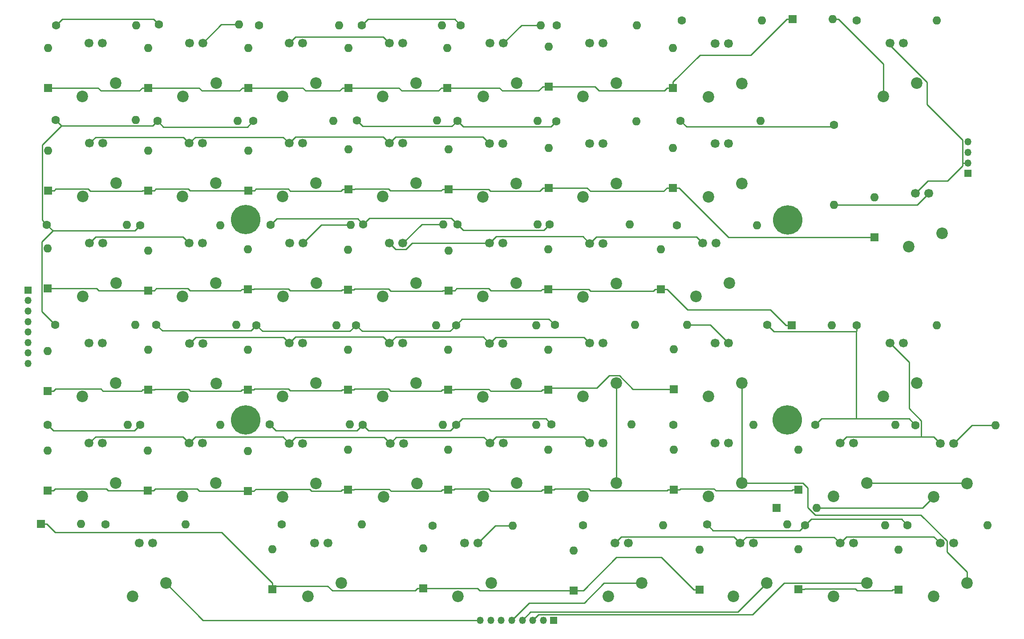
<source format=gtl>
%TF.GenerationSoftware,KiCad,Pcbnew,5.1.5+dfsg1-2build2*%
%TF.CreationDate,2021-08-29T12:06:32+02:00*%
%TF.ProjectId,BFK9kv2-right,42464b39-6b76-4322-9d72-696768742e6b,rev?*%
%TF.SameCoordinates,Original*%
%TF.FileFunction,Copper,L1,Top*%
%TF.FilePolarity,Positive*%
%FSLAX46Y46*%
G04 Gerber Fmt 4.6, Leading zero omitted, Abs format (unit mm)*
G04 Created by KiCad (PCBNEW 5.1.5+dfsg1-2build2) date 2021-08-29 12:06:32*
%MOMM*%
%LPD*%
G04 APERTURE LIST*
%ADD10C,5.600000*%
%ADD11C,1.690600*%
%ADD12C,2.200000*%
%ADD13O,1.350000X1.350000*%
%ADD14R,1.350000X1.350000*%
%ADD15O,1.600000X1.600000*%
%ADD16C,1.600000*%
%ADD17R,1.600000X1.600000*%
%ADD18C,0.250000*%
G04 APERTURE END LIST*
D10*
X87889100Y-87873800D03*
X87889100Y-125994000D03*
X190932000Y-125984000D03*
X190942000Y-87878900D03*
D11*
X177165000Y-73329800D03*
X179705000Y-73329800D03*
D12*
X175895000Y-83489800D03*
X182245000Y-80949800D03*
D11*
X174777000Y-92354400D03*
X177317000Y-92354400D03*
D12*
X173507000Y-102514400D03*
X179857000Y-99974400D03*
D13*
X225243000Y-73052400D03*
X225243000Y-75052400D03*
X225243000Y-77052400D03*
D14*
X225243000Y-79052400D03*
D13*
X132482000Y-164186000D03*
X134482000Y-164186000D03*
X136482000Y-164186000D03*
X138482000Y-164186000D03*
X140482000Y-164186000D03*
X142482000Y-164186000D03*
X144482000Y-164186000D03*
D14*
X146482000Y-164186000D03*
D13*
X46431200Y-115270000D03*
X46431200Y-113270000D03*
X46431200Y-111270000D03*
X46431200Y-109270000D03*
X46431200Y-107270000D03*
X46431200Y-105270000D03*
X46431200Y-103270000D03*
D14*
X46431200Y-101270000D03*
D11*
X219989000Y-149504000D03*
X222529000Y-149504000D03*
D12*
X218719000Y-159664000D03*
X225069000Y-157124000D03*
D11*
X158090000Y-149504000D03*
X160630000Y-149504000D03*
D12*
X156820000Y-159664000D03*
X163170000Y-157124000D03*
D11*
X129515000Y-149504000D03*
X132055000Y-149504000D03*
D12*
X128245000Y-159664000D03*
X134595000Y-157124000D03*
D11*
X100940000Y-149479000D03*
X103480000Y-149479000D03*
D12*
X99670000Y-159639000D03*
X106020000Y-157099000D03*
D11*
X67614800Y-149504000D03*
X70154800Y-149504000D03*
D12*
X66344800Y-159664000D03*
X72694800Y-157124000D03*
D11*
X200939000Y-130429000D03*
X203479000Y-130429000D03*
D12*
X199669000Y-140589000D03*
X206019000Y-138049000D03*
D11*
X220015000Y-130505000D03*
X222555000Y-130505000D03*
D12*
X218745000Y-140665000D03*
X225095000Y-138125000D03*
D11*
X210464000Y-111404000D03*
X213004000Y-111404000D03*
D12*
X209194000Y-121564000D03*
X215544000Y-119024000D03*
D15*
X219304000Y-107950000D03*
D16*
X204064000Y-107950000D03*
D15*
X199398000Y-107996000D03*
D17*
X191778000Y-107996000D03*
D15*
X211480000Y-126949000D03*
D16*
X196240000Y-126949000D03*
D15*
X230505000Y-127000000D03*
D16*
X215265000Y-127000000D03*
D15*
X228981000Y-146050000D03*
D16*
X213741000Y-146050000D03*
D15*
X184429000Y-126949000D03*
D16*
X169189000Y-126949000D03*
D15*
X171882000Y-107899000D03*
D16*
X187122000Y-107899000D03*
D15*
X185166000Y-88900000D03*
D16*
X169926000Y-88900000D03*
D15*
X209550000Y-146050000D03*
D16*
X194310000Y-146050000D03*
D15*
X161290000Y-126873000D03*
D16*
X146050000Y-126873000D03*
D15*
X161900000Y-107925000D03*
D16*
X146660000Y-107925000D03*
D15*
X160909000Y-88773000D03*
D16*
X145669000Y-88773000D03*
D15*
X190881000Y-145923000D03*
D16*
X175641000Y-145923000D03*
D15*
X143180000Y-126924000D03*
D16*
X127940000Y-126924000D03*
D15*
X143129000Y-107950000D03*
D16*
X127889000Y-107950000D03*
D15*
X143383000Y-88773000D03*
D16*
X128143000Y-88773000D03*
D15*
X167259000Y-146050000D03*
D16*
X152019000Y-146050000D03*
D15*
X125324000Y-126924000D03*
D16*
X110084000Y-126924000D03*
D15*
X124079000Y-107950000D03*
D16*
X108839000Y-107950000D03*
D15*
X125476000Y-88773000D03*
D16*
X110236000Y-88773000D03*
D15*
X138684000Y-146177000D03*
D16*
X123444000Y-146177000D03*
D15*
X107696000Y-126898000D03*
D16*
X92456000Y-126898000D03*
D15*
X105156000Y-107950000D03*
D16*
X89916000Y-107950000D03*
D15*
X107873800Y-88823800D03*
D16*
X92633800Y-88823800D03*
D15*
X109982000Y-145923000D03*
D16*
X94742000Y-145923000D03*
D15*
X83058000Y-126949000D03*
D16*
X67818000Y-126949000D03*
D15*
X86106000Y-107874000D03*
D16*
X70866000Y-107874000D03*
D15*
X83058000Y-88900000D03*
D16*
X67818000Y-88900000D03*
D15*
X76454000Y-145923000D03*
D16*
X61214000Y-145923000D03*
D15*
X65379600Y-126924000D03*
D16*
X50139600Y-126924000D03*
D15*
X66852800Y-107925000D03*
D16*
X51612800Y-107925000D03*
D15*
X65278000Y-88823800D03*
D16*
X50038000Y-88823800D03*
D11*
X177165000Y-130429000D03*
X179705000Y-130429000D03*
D12*
X175895000Y-140589000D03*
X182245000Y-138049000D03*
D11*
X177165000Y-111354000D03*
X179705000Y-111354000D03*
D12*
X175895000Y-121514000D03*
X182245000Y-118974000D03*
D11*
X200965000Y-149479000D03*
X203505000Y-149479000D03*
D12*
X199695000Y-159639000D03*
X206045000Y-157099000D03*
D11*
X153314000Y-130429000D03*
X155854000Y-130429000D03*
D12*
X152044000Y-140589000D03*
X158394000Y-138049000D03*
D11*
X153340000Y-111404000D03*
X155880000Y-111404000D03*
D12*
X152070000Y-121564000D03*
X158420000Y-119024000D03*
D11*
X153340000Y-92379800D03*
X155880000Y-92379800D03*
D12*
X152070000Y-102539800D03*
X158420000Y-99999800D03*
D11*
X181915000Y-149504000D03*
X184455000Y-149504000D03*
D12*
X180645000Y-159664000D03*
X186995000Y-157124000D03*
D11*
X134315000Y-130454000D03*
X136855000Y-130454000D03*
D12*
X133045000Y-140614000D03*
X139395000Y-138074000D03*
D11*
X134290000Y-111430000D03*
X136830000Y-111430000D03*
D12*
X133020000Y-121590000D03*
X139370000Y-119050000D03*
D11*
X134290000Y-92303600D03*
X136830000Y-92303600D03*
D12*
X133020000Y-102463600D03*
X139370000Y-99923600D03*
D11*
X115341000Y-130480000D03*
X117881000Y-130480000D03*
D12*
X114071000Y-140640000D03*
X120421000Y-138100000D03*
D11*
X115240000Y-111404000D03*
X117780000Y-111404000D03*
D12*
X113970000Y-121564000D03*
X120320000Y-119024000D03*
D11*
X115240000Y-92354400D03*
X117780000Y-92354400D03*
D12*
X113970000Y-102514400D03*
X120320000Y-99974400D03*
D11*
X96164400Y-130480000D03*
X98704400Y-130480000D03*
D12*
X94894400Y-140640000D03*
X101244400Y-138100000D03*
D11*
X96189800Y-111379000D03*
X98729800Y-111379000D03*
D12*
X94919800Y-121539000D03*
X101269800Y-118999000D03*
D11*
X96215200Y-92329000D03*
X98755200Y-92329000D03*
D12*
X94945200Y-102489000D03*
X101295200Y-99949000D03*
D11*
X77139800Y-130429000D03*
X79679800Y-130429000D03*
D12*
X75869800Y-140589000D03*
X82219800Y-138049000D03*
D11*
X77165200Y-111430000D03*
X79705200Y-111430000D03*
D12*
X75895200Y-121590000D03*
X82245200Y-119050000D03*
D11*
X77114400Y-92329000D03*
X79654400Y-92329000D03*
D12*
X75844400Y-102489000D03*
X82194400Y-99949000D03*
D11*
X58089800Y-130429000D03*
X60629800Y-130429000D03*
D12*
X56819800Y-140589000D03*
X63169800Y-138049000D03*
D11*
X58089800Y-111404000D03*
X60629800Y-111404000D03*
D12*
X56819800Y-121564000D03*
X63169800Y-119024000D03*
D11*
X58115200Y-92354400D03*
X60655200Y-92354400D03*
D12*
X56845200Y-102514400D03*
X63195200Y-99974400D03*
D15*
X193040000Y-131699000D03*
D17*
X193040000Y-139319000D03*
D15*
X196520000Y-142799000D03*
D17*
X188900000Y-142799000D03*
D15*
X212090000Y-150749000D03*
D17*
X212090000Y-158369000D03*
D15*
X169291000Y-131699000D03*
D17*
X169291000Y-139319000D03*
D15*
X169291000Y-112522000D03*
D17*
X169291000Y-120142000D03*
D15*
X166878000Y-93472000D03*
D17*
X166878000Y-101092000D03*
D15*
X193040000Y-150622000D03*
D17*
X193040000Y-158242000D03*
D15*
X145415000Y-131699000D03*
D17*
X145415000Y-139319000D03*
D15*
X145415000Y-112649000D03*
D17*
X145415000Y-120269000D03*
D15*
X145415000Y-93472000D03*
D17*
X145415000Y-101092000D03*
D15*
X174244000Y-150749000D03*
D17*
X174244000Y-158369000D03*
D15*
X126365000Y-131699000D03*
D17*
X126365000Y-139319000D03*
D15*
X126365000Y-112649000D03*
D17*
X126365000Y-120269000D03*
D15*
X126492000Y-93726000D03*
D17*
X126492000Y-101346000D03*
D15*
X150241000Y-150876000D03*
D17*
X150241000Y-158496000D03*
D15*
X107315000Y-131699000D03*
D17*
X107315000Y-139319000D03*
D15*
X107315000Y-112649000D03*
D17*
X107315000Y-120269000D03*
D15*
X107315000Y-93599000D03*
D17*
X107315000Y-101219000D03*
D15*
X121666000Y-150495000D03*
D17*
X121666000Y-158115000D03*
D15*
X88265000Y-131953000D03*
D17*
X88265000Y-139573000D03*
D15*
X88265000Y-112649000D03*
D17*
X88265000Y-120269000D03*
D15*
X88265000Y-93472000D03*
D17*
X88265000Y-101092000D03*
D15*
X92964000Y-150622000D03*
D17*
X92964000Y-158242000D03*
D15*
X69215000Y-131826000D03*
D17*
X69215000Y-139446000D03*
D15*
X69342000Y-112649000D03*
D17*
X69342000Y-120269000D03*
D15*
X69342000Y-93726000D03*
D17*
X69342000Y-101346000D03*
D15*
X56502300Y-145834000D03*
D17*
X48882300Y-145834000D03*
D15*
X50165000Y-131826000D03*
D17*
X50165000Y-139446000D03*
D15*
X50165000Y-112903000D03*
D17*
X50165000Y-120523000D03*
D15*
X50165000Y-93345000D03*
D17*
X50165000Y-100965000D03*
D15*
X207518000Y-83566000D03*
D17*
X207518000Y-91186000D03*
D15*
X199527000Y-49672200D03*
D17*
X191907000Y-49672200D03*
D15*
X169164000Y-74168000D03*
D17*
X169164000Y-81788000D03*
D15*
X169164000Y-55118000D03*
D17*
X169164000Y-62738000D03*
D15*
X145542000Y-74168000D03*
D17*
X145542000Y-81788000D03*
D15*
X145542000Y-54864000D03*
D17*
X145542000Y-62484000D03*
D15*
X126492000Y-74422000D03*
D17*
X126492000Y-82042000D03*
D15*
X126238000Y-55118000D03*
D17*
X126238000Y-62738000D03*
D15*
X107442000Y-74422000D03*
D17*
X107442000Y-82042000D03*
D15*
X107442000Y-55118000D03*
D17*
X107442000Y-62738000D03*
D15*
X88392000Y-74676000D03*
D17*
X88392000Y-82296000D03*
D15*
X88392000Y-55118000D03*
D17*
X88392000Y-62738000D03*
D15*
X69342000Y-74676000D03*
D17*
X69342000Y-82296000D03*
D15*
X69342000Y-55118000D03*
D17*
X69342000Y-62738000D03*
D15*
X50292000Y-74676000D03*
D17*
X50292000Y-82296000D03*
D15*
X50292000Y-55118000D03*
D17*
X50292000Y-62738000D03*
D11*
X153314000Y-54229000D03*
X155854000Y-54229000D03*
D12*
X152044000Y-64389000D03*
X158394000Y-61849000D03*
D11*
X115214000Y-73279000D03*
X117754000Y-73279000D03*
D12*
X113944000Y-83439000D03*
X120294000Y-80899000D03*
D11*
X210490000Y-54254400D03*
X213030000Y-54254400D03*
D12*
X209220000Y-64414400D03*
X215570000Y-61874400D03*
D11*
X215265000Y-82854800D03*
X217805000Y-82854800D03*
D12*
X213995000Y-93014800D03*
X220345000Y-90474800D03*
D11*
X177165000Y-54279800D03*
X179705000Y-54279800D03*
D12*
X175895000Y-64439800D03*
X182245000Y-61899800D03*
D11*
X153314000Y-73380600D03*
X155854000Y-73380600D03*
D12*
X152044000Y-83540600D03*
X158394000Y-81000600D03*
D11*
X134264000Y-73329800D03*
X136804000Y-73329800D03*
D12*
X132994000Y-83489800D03*
X139344000Y-80949800D03*
D11*
X134366000Y-54229000D03*
X136906000Y-54229000D03*
D12*
X133096000Y-64389000D03*
X139446000Y-61849000D03*
D11*
X115189000Y-54229000D03*
X117729000Y-54229000D03*
D12*
X113919000Y-64389000D03*
X120269000Y-61849000D03*
D11*
X96139000Y-73304400D03*
X98679000Y-73304400D03*
D12*
X94869000Y-83464400D03*
X101219000Y-80924400D03*
D11*
X96139000Y-54229000D03*
X98679000Y-54229000D03*
D12*
X94869000Y-64389000D03*
X101219000Y-61849000D03*
D11*
X77139800Y-73304400D03*
X79679800Y-73304400D03*
D12*
X75869800Y-83464400D03*
X82219800Y-80924400D03*
D11*
X77165200Y-54203600D03*
X79705200Y-54203600D03*
D12*
X75895200Y-64363600D03*
X82245200Y-61823600D03*
D11*
X58115200Y-73304400D03*
X60655200Y-73304400D03*
D12*
X56845200Y-83464400D03*
X63195200Y-80924400D03*
D11*
X58064400Y-54254400D03*
X60604400Y-54254400D03*
D12*
X56794400Y-64414400D03*
X63144400Y-61874400D03*
D15*
X199814000Y-85049400D03*
D16*
X199814000Y-69809400D03*
D15*
X219354000Y-49936400D03*
D16*
X204114000Y-49936400D03*
D15*
X185852000Y-69011800D03*
D16*
X170612000Y-69011800D03*
D15*
X186080000Y-49936400D03*
D16*
X170840000Y-49936400D03*
D15*
X162154000Y-69164200D03*
D16*
X146914000Y-69164200D03*
D15*
X162306000Y-50800000D03*
D16*
X147066000Y-50800000D03*
D15*
X143358000Y-69011800D03*
D16*
X128118000Y-69011800D03*
D15*
X144018000Y-50800000D03*
D16*
X128778000Y-50800000D03*
D15*
X124257000Y-68961000D03*
D16*
X109017000Y-68961000D03*
D15*
X125222000Y-50800000D03*
D16*
X109982000Y-50800000D03*
D15*
X104546400Y-69062600D03*
D16*
X89306400Y-69062600D03*
D15*
X105664000Y-50800000D03*
D16*
X90424000Y-50800000D03*
D15*
X86309200Y-69062600D03*
D16*
X71069200Y-69062600D03*
D15*
X86614000Y-50698400D03*
D16*
X71374000Y-50698400D03*
D15*
X66929000Y-68834000D03*
D16*
X51689000Y-68834000D03*
D15*
X67056000Y-50800000D03*
D16*
X51816000Y-50800000D03*
D18*
X86614000Y-50698400D02*
X83210400Y-50698400D01*
X83210400Y-50698400D02*
X79705200Y-54203600D01*
X144018000Y-50800000D02*
X140335000Y-50800000D01*
X140335000Y-50800000D02*
X136906000Y-54229000D01*
X217805000Y-82854800D02*
X215610400Y-85049400D01*
X215610400Y-85049400D02*
X199814000Y-85049400D01*
X69342000Y-62738000D02*
X68216700Y-62738000D01*
X50292000Y-62738000D02*
X59771400Y-62738000D01*
X59771400Y-62738000D02*
X60348900Y-63315500D01*
X60348900Y-63315500D02*
X67639200Y-63315500D01*
X67639200Y-63315500D02*
X68216700Y-62738000D01*
X88392000Y-62738000D02*
X87266700Y-62738000D01*
X69342000Y-62738000D02*
X78999200Y-62738000D01*
X78999200Y-62738000D02*
X79572200Y-63311000D01*
X79572200Y-63311000D02*
X86693700Y-63311000D01*
X86693700Y-63311000D02*
X87266700Y-62738000D01*
X107442000Y-62738000D02*
X106316700Y-62738000D01*
X88392000Y-62738000D02*
X98722800Y-62738000D01*
X98722800Y-62738000D02*
X99295000Y-63310200D01*
X99295000Y-63310200D02*
X105744500Y-63310200D01*
X105744500Y-63310200D02*
X106316700Y-62738000D01*
X145542000Y-62484000D02*
X144416700Y-62484000D01*
X126238000Y-62738000D02*
X136149200Y-62738000D01*
X136149200Y-62738000D02*
X136726200Y-63315000D01*
X136726200Y-63315000D02*
X143585700Y-63315000D01*
X143585700Y-63315000D02*
X144416700Y-62484000D01*
X125675400Y-62738000D02*
X126238000Y-62738000D01*
X125675400Y-62738000D02*
X125112700Y-62738000D01*
X107442000Y-62738000D02*
X116972200Y-62738000D01*
X116972200Y-62738000D02*
X117549200Y-63315000D01*
X117549200Y-63315000D02*
X124535700Y-63315000D01*
X124535700Y-63315000D02*
X125112700Y-62738000D01*
X169164000Y-62738000D02*
X169164000Y-61612700D01*
X191907000Y-49672200D02*
X190781700Y-49672200D01*
X190781700Y-49672200D02*
X183974000Y-56479900D01*
X183974000Y-56479900D02*
X174296800Y-56479900D01*
X174296800Y-56479900D02*
X169164000Y-61612700D01*
X169164000Y-62738000D02*
X168038700Y-62738000D01*
X145542000Y-62484000D02*
X154319100Y-62484000D01*
X154319100Y-62484000D02*
X155114300Y-63279200D01*
X155114300Y-63279200D02*
X167497500Y-63279200D01*
X167497500Y-63279200D02*
X168038700Y-62738000D01*
X169164000Y-81788000D02*
X170289300Y-81788000D01*
X207518000Y-91186000D02*
X179687300Y-91186000D01*
X179687300Y-91186000D02*
X170289300Y-81788000D01*
X169164000Y-81788000D02*
X168038700Y-81788000D01*
X168038700Y-81788000D02*
X167373600Y-82453100D01*
X167373600Y-82453100D02*
X153476300Y-82453100D01*
X153476300Y-82453100D02*
X152811200Y-81788000D01*
X152811200Y-81788000D02*
X145542000Y-81788000D01*
X145542000Y-81788000D02*
X144416700Y-81788000D01*
X144416700Y-81788000D02*
X143802400Y-82402300D01*
X143802400Y-82402300D02*
X134426300Y-82402300D01*
X134426300Y-82402300D02*
X134066000Y-82042000D01*
X134066000Y-82042000D02*
X126492000Y-82042000D01*
X107442000Y-82042000D02*
X108567300Y-82042000D01*
X126492000Y-82042000D02*
X125366700Y-82042000D01*
X125366700Y-82042000D02*
X125050100Y-82358600D01*
X125050100Y-82358600D02*
X115383400Y-82358600D01*
X115383400Y-82358600D02*
X115012400Y-81987600D01*
X115012400Y-81987600D02*
X108621700Y-81987600D01*
X108621700Y-81987600D02*
X108567300Y-82042000D01*
X88392000Y-82296000D02*
X89517300Y-82296000D01*
X107442000Y-82042000D02*
X106316700Y-82042000D01*
X106316700Y-82042000D02*
X105981000Y-82377700D01*
X105981000Y-82377700D02*
X96302100Y-82377700D01*
X96302100Y-82377700D02*
X95945500Y-82021100D01*
X95945500Y-82021100D02*
X89792200Y-82021100D01*
X89792200Y-82021100D02*
X89517300Y-82296000D01*
X69342000Y-82296000D02*
X70467300Y-82296000D01*
X88392000Y-82296000D02*
X87266700Y-82296000D01*
X87266700Y-82296000D02*
X87196000Y-82366700D01*
X87196000Y-82366700D02*
X77291900Y-82366700D01*
X77291900Y-82366700D02*
X76946300Y-82021100D01*
X76946300Y-82021100D02*
X70742200Y-82021100D01*
X70742200Y-82021100D02*
X70467300Y-82296000D01*
X50292000Y-82296000D02*
X51417300Y-82296000D01*
X69342000Y-82296000D02*
X68216700Y-82296000D01*
X68216700Y-82296000D02*
X68119900Y-82392800D01*
X68119900Y-82392800D02*
X58293400Y-82392800D01*
X58293400Y-82392800D02*
X57921700Y-82021100D01*
X57921700Y-82021100D02*
X51692200Y-82021100D01*
X51692200Y-82021100D02*
X51417300Y-82296000D01*
X199527000Y-49672200D02*
X200652300Y-49672200D01*
X200652300Y-49672200D02*
X209220000Y-58239900D01*
X209220000Y-58239900D02*
X209220000Y-64414400D01*
X204023500Y-109144100D02*
X204064000Y-109103600D01*
X204064000Y-109103600D02*
X204064000Y-107950000D01*
X187122000Y-107899000D02*
X188367100Y-109144100D01*
X188367100Y-109144100D02*
X204023500Y-109144100D01*
X204023500Y-109144100D02*
X204023500Y-125805700D01*
X204023500Y-125805700D02*
X197383300Y-125805700D01*
X197383300Y-125805700D02*
X196240000Y-126949000D01*
X215265000Y-127000000D02*
X214070700Y-125805700D01*
X214070700Y-125805700D02*
X204023500Y-125805700D01*
X51816000Y-50800000D02*
X52987700Y-49628300D01*
X52987700Y-49628300D02*
X70303900Y-49628300D01*
X70303900Y-49628300D02*
X71374000Y-50698400D01*
X67818000Y-126949000D02*
X66717600Y-128049400D01*
X66717600Y-128049400D02*
X51265000Y-128049400D01*
X51265000Y-128049400D02*
X50139600Y-126924000D01*
X89916000Y-107950000D02*
X91054800Y-109088800D01*
X91054800Y-109088800D02*
X107700200Y-109088800D01*
X107700200Y-109088800D02*
X108839000Y-107950000D01*
X70866000Y-107874000D02*
X71998500Y-109006500D01*
X71998500Y-109006500D02*
X88859500Y-109006500D01*
X88859500Y-109006500D02*
X89916000Y-107950000D01*
X51163400Y-89949200D02*
X50038000Y-88823800D01*
X67818000Y-88900000D02*
X66768800Y-89949200D01*
X66768800Y-89949200D02*
X51163400Y-89949200D01*
X51163400Y-89949200D02*
X49039600Y-92073000D01*
X49039600Y-92073000D02*
X49039600Y-105351800D01*
X49039600Y-105351800D02*
X51612800Y-107925000D01*
X175641000Y-145923000D02*
X176782600Y-147064600D01*
X176782600Y-147064600D02*
X193295400Y-147064600D01*
X193295400Y-147064600D02*
X194310000Y-146050000D01*
X127889000Y-107950000D02*
X129033800Y-106805200D01*
X129033800Y-106805200D02*
X145540200Y-106805200D01*
X145540200Y-106805200D02*
X146660000Y-107925000D01*
X108839000Y-107950000D02*
X109996700Y-109107700D01*
X109996700Y-109107700D02*
X126731300Y-109107700D01*
X126731300Y-109107700D02*
X127889000Y-107950000D01*
X128143000Y-88773000D02*
X126961800Y-87591800D01*
X126961800Y-87591800D02*
X111417200Y-87591800D01*
X111417200Y-87591800D02*
X110236000Y-88773000D01*
X145669000Y-88773000D02*
X144543600Y-89898400D01*
X144543600Y-89898400D02*
X129268400Y-89898400D01*
X129268400Y-89898400D02*
X128143000Y-88773000D01*
X109017000Y-68961000D02*
X110143000Y-70087000D01*
X110143000Y-70087000D02*
X127042800Y-70087000D01*
X127042800Y-70087000D02*
X128118000Y-69011800D01*
X127940000Y-126924000D02*
X126778500Y-128085500D01*
X126778500Y-128085500D02*
X111245500Y-128085500D01*
X111245500Y-128085500D02*
X110084000Y-126924000D01*
X146050000Y-126873000D02*
X144975400Y-125798400D01*
X144975400Y-125798400D02*
X129065600Y-125798400D01*
X129065600Y-125798400D02*
X127940000Y-126924000D01*
X110084000Y-126924000D02*
X108977200Y-128030800D01*
X108977200Y-128030800D02*
X93588800Y-128030800D01*
X93588800Y-128030800D02*
X92456000Y-126898000D01*
X71069200Y-69062600D02*
X72194600Y-70188000D01*
X72194600Y-70188000D02*
X88181000Y-70188000D01*
X88181000Y-70188000D02*
X89306400Y-69062600D01*
X52817700Y-69962700D02*
X70169100Y-69962700D01*
X70169100Y-69962700D02*
X71069200Y-69062600D01*
X51689000Y-68834000D02*
X52817700Y-69962700D01*
X52817700Y-69962700D02*
X49166600Y-73613800D01*
X49166600Y-73613800D02*
X49166600Y-87952400D01*
X49166600Y-87952400D02*
X50038000Y-88823800D01*
X194310000Y-146050000D02*
X195440400Y-144919600D01*
X195440400Y-144919600D02*
X212610600Y-144919600D01*
X212610600Y-144919600D02*
X213741000Y-146050000D01*
X109982000Y-50800000D02*
X111107400Y-49674600D01*
X111107400Y-49674600D02*
X127652600Y-49674600D01*
X127652600Y-49674600D02*
X128778000Y-50800000D01*
X92633800Y-88823800D02*
X93770100Y-87687500D01*
X93770100Y-87687500D02*
X109150500Y-87687500D01*
X109150500Y-87687500D02*
X110236000Y-88773000D01*
X199814000Y-69809400D02*
X199470400Y-70153000D01*
X199470400Y-70153000D02*
X171753200Y-70153000D01*
X171753200Y-70153000D02*
X170612000Y-69011800D01*
X128118000Y-69011800D02*
X129244600Y-70138400D01*
X129244600Y-70138400D02*
X145939800Y-70138400D01*
X145939800Y-70138400D02*
X146914000Y-69164200D01*
X96164400Y-130480000D02*
X94942800Y-129258400D01*
X94942800Y-129258400D02*
X78310400Y-129258400D01*
X78310400Y-129258400D02*
X77139800Y-130429000D01*
X115341000Y-130480000D02*
X114163900Y-129302900D01*
X114163900Y-129302900D02*
X97341500Y-129302900D01*
X97341500Y-129302900D02*
X96164400Y-130480000D01*
X210490000Y-54254400D02*
X210490000Y-54681900D01*
X210490000Y-54681900D02*
X217466600Y-61658500D01*
X217466600Y-61658500D02*
X217466600Y-65890700D01*
X217466600Y-65890700D02*
X224242700Y-72666800D01*
X224242700Y-72666800D02*
X224242700Y-77052400D01*
X225243000Y-77052400D02*
X224242700Y-77052400D01*
X215265000Y-82854800D02*
X217649100Y-80470700D01*
X217649100Y-80470700D02*
X221371400Y-80470700D01*
X221371400Y-80470700D02*
X224242700Y-77599400D01*
X224242700Y-77599400D02*
X224242700Y-77052400D01*
X134290000Y-111430000D02*
X135464900Y-110255100D01*
X135464900Y-110255100D02*
X152191100Y-110255100D01*
X152191100Y-110255100D02*
X153340000Y-111404000D01*
X115240000Y-111404000D02*
X116448600Y-110195400D01*
X116448600Y-110195400D02*
X133055400Y-110195400D01*
X133055400Y-110195400D02*
X134290000Y-111430000D01*
X115214000Y-73279000D02*
X114040700Y-72105700D01*
X114040700Y-72105700D02*
X97337700Y-72105700D01*
X97337700Y-72105700D02*
X96139000Y-73304400D01*
X134264000Y-73329800D02*
X133020600Y-72086400D01*
X133020600Y-72086400D02*
X116406600Y-72086400D01*
X116406600Y-72086400D02*
X115214000Y-73279000D01*
X134290000Y-92303600D02*
X119546600Y-92303600D01*
X119546600Y-92303600D02*
X118323600Y-93526600D01*
X118323600Y-93526600D02*
X116412200Y-93526600D01*
X116412200Y-93526600D02*
X115240000Y-92354400D01*
X153340000Y-92379800D02*
X152049500Y-91089300D01*
X152049500Y-91089300D02*
X135504300Y-91089300D01*
X135504300Y-91089300D02*
X134290000Y-92303600D01*
X77139800Y-130429000D02*
X75944000Y-129233200D01*
X75944000Y-129233200D02*
X59285600Y-129233200D01*
X59285600Y-129233200D02*
X58089800Y-130429000D01*
X181915000Y-149504000D02*
X180705900Y-148294900D01*
X180705900Y-148294900D02*
X159299100Y-148294900D01*
X159299100Y-148294900D02*
X158090000Y-149504000D01*
X200965000Y-149479000D02*
X199817600Y-148331600D01*
X199817600Y-148331600D02*
X183087400Y-148331600D01*
X183087400Y-148331600D02*
X181915000Y-149504000D01*
X96189800Y-111379000D02*
X95063000Y-110252200D01*
X95063000Y-110252200D02*
X78343000Y-110252200D01*
X78343000Y-110252200D02*
X77165200Y-111430000D01*
X115240000Y-111404000D02*
X114033200Y-110197200D01*
X114033200Y-110197200D02*
X97371600Y-110197200D01*
X97371600Y-110197200D02*
X96189800Y-111379000D01*
X219989000Y-149504000D02*
X218789200Y-148304200D01*
X218789200Y-148304200D02*
X202139800Y-148304200D01*
X202139800Y-148304200D02*
X200965000Y-149479000D01*
X216392100Y-129215000D02*
X218725000Y-129215000D01*
X218725000Y-129215000D02*
X220015000Y-130505000D01*
X200939000Y-130429000D02*
X202153000Y-129215000D01*
X202153000Y-129215000D02*
X216392100Y-129215000D01*
X210464000Y-111404000D02*
X214059300Y-114999300D01*
X214059300Y-114999300D02*
X214059300Y-123836900D01*
X214059300Y-123836900D02*
X216392100Y-126169700D01*
X216392100Y-126169700D02*
X216392100Y-129215000D01*
X153314000Y-130429000D02*
X152143300Y-129258300D01*
X152143300Y-129258300D02*
X135510700Y-129258300D01*
X135510700Y-129258300D02*
X134315000Y-130454000D01*
X134315000Y-130454000D02*
X133170300Y-129309300D01*
X133170300Y-129309300D02*
X116511700Y-129309300D01*
X116511700Y-129309300D02*
X115341000Y-130480000D01*
X174777000Y-92354400D02*
X173581100Y-91158500D01*
X173581100Y-91158500D02*
X154561300Y-91158500D01*
X154561300Y-91158500D02*
X153340000Y-92379800D01*
X96139000Y-73304400D02*
X94968300Y-72133700D01*
X94968300Y-72133700D02*
X78310500Y-72133700D01*
X78310500Y-72133700D02*
X77139800Y-73304400D01*
X58115200Y-73304400D02*
X59285900Y-72133700D01*
X59285900Y-72133700D02*
X75969100Y-72133700D01*
X75969100Y-72133700D02*
X77139800Y-73304400D01*
X77114400Y-92329000D02*
X75931200Y-91145800D01*
X75931200Y-91145800D02*
X59323800Y-91145800D01*
X59323800Y-91145800D02*
X58115200Y-92354400D01*
X96139000Y-54229000D02*
X97324200Y-53043800D01*
X97324200Y-53043800D02*
X114003800Y-53043800D01*
X114003800Y-53043800D02*
X115189000Y-54229000D01*
X69342000Y-101346000D02*
X68216700Y-101346000D01*
X50165000Y-100965000D02*
X59475900Y-100965000D01*
X59475900Y-100965000D02*
X59919100Y-101408200D01*
X59919100Y-101408200D02*
X68154500Y-101408200D01*
X68154500Y-101408200D02*
X68216700Y-101346000D01*
X166878000Y-101092000D02*
X168003300Y-101092000D01*
X191778000Y-107996000D02*
X190652700Y-107996000D01*
X190652700Y-107996000D02*
X187668400Y-105011700D01*
X187668400Y-105011700D02*
X171923000Y-105011700D01*
X171923000Y-105011700D02*
X168003300Y-101092000D01*
X166878000Y-101092000D02*
X165752700Y-101092000D01*
X165752700Y-101092000D02*
X165392400Y-101452300D01*
X165392400Y-101452300D02*
X153502300Y-101452300D01*
X153502300Y-101452300D02*
X153142000Y-101092000D01*
X153142000Y-101092000D02*
X145415000Y-101092000D01*
X126492000Y-101346000D02*
X127617300Y-101346000D01*
X145415000Y-101092000D02*
X144289700Y-101092000D01*
X144289700Y-101092000D02*
X143992100Y-101389600D01*
X143992100Y-101389600D02*
X134465800Y-101389600D01*
X134465800Y-101389600D02*
X134062800Y-100986600D01*
X134062800Y-100986600D02*
X127976700Y-100986600D01*
X127976700Y-100986600D02*
X127617300Y-101346000D01*
X107315000Y-101219000D02*
X108440300Y-101219000D01*
X126492000Y-101346000D02*
X125366700Y-101346000D01*
X125366700Y-101346000D02*
X125269900Y-101442800D01*
X125269900Y-101442800D02*
X115418200Y-101442800D01*
X115418200Y-101442800D02*
X115012100Y-101036700D01*
X115012100Y-101036700D02*
X108622600Y-101036700D01*
X108622600Y-101036700D02*
X108440300Y-101219000D01*
X88265000Y-101092000D02*
X89390300Y-101092000D01*
X107315000Y-101219000D02*
X106189700Y-101219000D01*
X106189700Y-101219000D02*
X106023700Y-101385000D01*
X106023700Y-101385000D02*
X96361000Y-101385000D01*
X96361000Y-101385000D02*
X96013600Y-101037600D01*
X96013600Y-101037600D02*
X89444700Y-101037600D01*
X89444700Y-101037600D02*
X89390300Y-101092000D01*
X69342000Y-101346000D02*
X70467300Y-101346000D01*
X88265000Y-101092000D02*
X87139700Y-101092000D01*
X87139700Y-101092000D02*
X86823100Y-101408600D01*
X86823100Y-101408600D02*
X77283800Y-101408600D01*
X77283800Y-101408600D02*
X76869700Y-100994500D01*
X76869700Y-100994500D02*
X70818800Y-100994500D01*
X70818800Y-100994500D02*
X70467300Y-101346000D01*
X144852400Y-120269000D02*
X145204900Y-119916500D01*
X145204900Y-119916500D02*
X154617500Y-119916500D01*
X154617500Y-119916500D02*
X156983700Y-117550300D01*
X156983700Y-117550300D02*
X158962200Y-117550300D01*
X158962200Y-117550300D02*
X161553900Y-120142000D01*
X161553900Y-120142000D02*
X169291000Y-120142000D01*
X144852400Y-120269000D02*
X144289700Y-120269000D01*
X145415000Y-120269000D02*
X144852400Y-120269000D01*
X69342000Y-120269000D02*
X68216700Y-120269000D01*
X50165000Y-120523000D02*
X51290300Y-120523000D01*
X51290300Y-120523000D02*
X51697300Y-120116000D01*
X51697300Y-120116000D02*
X60327700Y-120116000D01*
X60327700Y-120116000D02*
X60696900Y-120485200D01*
X60696900Y-120485200D02*
X68000500Y-120485200D01*
X68000500Y-120485200D02*
X68216700Y-120269000D01*
X126365000Y-120269000D02*
X127490300Y-120269000D01*
X144289700Y-120269000D02*
X144030100Y-120528600D01*
X144030100Y-120528600D02*
X134478400Y-120528600D01*
X134478400Y-120528600D02*
X134100400Y-120150600D01*
X134100400Y-120150600D02*
X127608700Y-120150600D01*
X127608700Y-120150600D02*
X127490300Y-120269000D01*
X107315000Y-120269000D02*
X108440300Y-120269000D01*
X126365000Y-120269000D02*
X125239700Y-120269000D01*
X125239700Y-120269000D02*
X124999600Y-120509100D01*
X124999600Y-120509100D02*
X115434900Y-120509100D01*
X115434900Y-120509100D02*
X115012400Y-120086600D01*
X115012400Y-120086600D02*
X108622700Y-120086600D01*
X108622700Y-120086600D02*
X108440300Y-120269000D01*
X88265000Y-120269000D02*
X89390300Y-120269000D01*
X107315000Y-120269000D02*
X106189700Y-120269000D01*
X106189700Y-120269000D02*
X106023700Y-120435000D01*
X106023700Y-120435000D02*
X96335600Y-120435000D01*
X96335600Y-120435000D02*
X95982500Y-120081900D01*
X95982500Y-120081900D02*
X89577400Y-120081900D01*
X89577400Y-120081900D02*
X89390300Y-120269000D01*
X69342000Y-120269000D02*
X70467300Y-120269000D01*
X88265000Y-120269000D02*
X87139700Y-120269000D01*
X87139700Y-120269000D02*
X86880100Y-120528600D01*
X86880100Y-120528600D02*
X77353600Y-120528600D01*
X77353600Y-120528600D02*
X76975600Y-120150600D01*
X76975600Y-120150600D02*
X70585700Y-120150600D01*
X70585700Y-120150600D02*
X70467300Y-120269000D01*
X69215000Y-139446000D02*
X68089700Y-139446000D01*
X50165000Y-139446000D02*
X51290300Y-139446000D01*
X51290300Y-139446000D02*
X51592500Y-139143800D01*
X51592500Y-139143800D02*
X61328500Y-139143800D01*
X61328500Y-139143800D02*
X61698100Y-139513400D01*
X61698100Y-139513400D02*
X68022300Y-139513400D01*
X68022300Y-139513400D02*
X68089700Y-139446000D01*
X169291000Y-139319000D02*
X170416300Y-139319000D01*
X193040000Y-139319000D02*
X191914700Y-139319000D01*
X191914700Y-139319000D02*
X191748700Y-139485000D01*
X191748700Y-139485000D02*
X177310800Y-139485000D01*
X177310800Y-139485000D02*
X176957700Y-139131900D01*
X176957700Y-139131900D02*
X170603400Y-139131900D01*
X170603400Y-139131900D02*
X170416300Y-139319000D01*
X145415000Y-139319000D02*
X146540300Y-139319000D01*
X169291000Y-139319000D02*
X168165700Y-139319000D01*
X168165700Y-139319000D02*
X167999700Y-139485000D01*
X167999700Y-139485000D02*
X153459800Y-139485000D01*
X153459800Y-139485000D02*
X153106700Y-139131900D01*
X153106700Y-139131900D02*
X146727400Y-139131900D01*
X146727400Y-139131900D02*
X146540300Y-139319000D01*
X126365000Y-139319000D02*
X127490300Y-139319000D01*
X145415000Y-139319000D02*
X144289700Y-139319000D01*
X144289700Y-139319000D02*
X144049600Y-139559100D01*
X144049600Y-139559100D02*
X134509900Y-139559100D01*
X134509900Y-139559100D02*
X134087400Y-139136600D01*
X134087400Y-139136600D02*
X127672700Y-139136600D01*
X127672700Y-139136600D02*
X127490300Y-139319000D01*
X107315000Y-139319000D02*
X108440300Y-139319000D01*
X126365000Y-139319000D02*
X125239700Y-139319000D01*
X125239700Y-139319000D02*
X124980100Y-139578600D01*
X124980100Y-139578600D02*
X115529400Y-139578600D01*
X115529400Y-139578600D02*
X115151400Y-139200600D01*
X115151400Y-139200600D02*
X108558700Y-139200600D01*
X108558700Y-139200600D02*
X108440300Y-139319000D01*
X107315000Y-139319000D02*
X106189700Y-139319000D01*
X88265000Y-139573000D02*
X89390300Y-139573000D01*
X89390300Y-139573000D02*
X89771300Y-139192000D01*
X89771300Y-139192000D02*
X100025000Y-139192000D01*
X100025000Y-139192000D02*
X100396800Y-139563800D01*
X100396800Y-139563800D02*
X105944900Y-139563800D01*
X105944900Y-139563800D02*
X106189700Y-139319000D01*
X70340300Y-139446000D02*
X70642500Y-139143800D01*
X70642500Y-139143800D02*
X78604700Y-139143800D01*
X78604700Y-139143800D02*
X79033900Y-139573000D01*
X79033900Y-139573000D02*
X88265000Y-139573000D01*
X69215000Y-139446000D02*
X70340300Y-139446000D01*
X121666000Y-158115000D02*
X120540700Y-158115000D01*
X92964000Y-157679300D02*
X103456300Y-157679300D01*
X103456300Y-157679300D02*
X104337200Y-158560200D01*
X104337200Y-158560200D02*
X120095500Y-158560200D01*
X120095500Y-158560200D02*
X120540700Y-158115000D01*
X92964000Y-157679300D02*
X92964000Y-157116700D01*
X92964000Y-158242000D02*
X92964000Y-157679300D01*
X48882300Y-145834000D02*
X50007600Y-145834000D01*
X50007600Y-145834000D02*
X51579100Y-147405500D01*
X51579100Y-147405500D02*
X83252800Y-147405500D01*
X83252800Y-147405500D02*
X92964000Y-157116700D01*
X212090000Y-158369000D02*
X210964700Y-158369000D01*
X193040000Y-158242000D02*
X194165300Y-158242000D01*
X194165300Y-158242000D02*
X194230300Y-158177000D01*
X194230300Y-158177000D02*
X203841300Y-158177000D01*
X203841300Y-158177000D02*
X204212300Y-158548000D01*
X204212300Y-158548000D02*
X210785700Y-158548000D01*
X210785700Y-158548000D02*
X210964700Y-158369000D01*
X150241000Y-158496000D02*
X149115700Y-158496000D01*
X121666000Y-158115000D02*
X131968900Y-158115000D01*
X131968900Y-158115000D02*
X132410900Y-158557000D01*
X132410900Y-158557000D02*
X149054700Y-158557000D01*
X149054700Y-158557000D02*
X149115700Y-158496000D01*
X174244000Y-158369000D02*
X173118700Y-158369000D01*
X150241000Y-158496000D02*
X152081300Y-158496000D01*
X152081300Y-158496000D02*
X158359100Y-152218200D01*
X158359100Y-152218200D02*
X166967900Y-152218200D01*
X166967900Y-152218200D02*
X173118700Y-158369000D01*
X196520000Y-142799000D02*
X216611000Y-142799000D01*
X216611000Y-142799000D02*
X218745000Y-140665000D01*
X107873800Y-88823800D02*
X102260400Y-88823800D01*
X102260400Y-88823800D02*
X98755200Y-92329000D01*
X125476000Y-88773000D02*
X121361400Y-88773000D01*
X121361400Y-88773000D02*
X117780000Y-92354400D01*
X171882000Y-107899000D02*
X176250000Y-107899000D01*
X176250000Y-107899000D02*
X179705000Y-111354000D01*
X230505000Y-127000000D02*
X226060000Y-127000000D01*
X226060000Y-127000000D02*
X222555000Y-130505000D01*
X138684000Y-146177000D02*
X135382000Y-146177000D01*
X135382000Y-146177000D02*
X132055000Y-149504000D01*
X72694800Y-157124000D02*
X79756800Y-164186000D01*
X79756800Y-164186000D02*
X132482000Y-164186000D01*
X138482000Y-164186000D02*
X141770300Y-160897700D01*
X141770300Y-160897700D02*
X152265300Y-160897700D01*
X152265300Y-160897700D02*
X156039000Y-157124000D01*
X156039000Y-157124000D02*
X163170000Y-157124000D01*
X186995000Y-157124000D02*
X181494500Y-162624500D01*
X181494500Y-162624500D02*
X142043500Y-162624500D01*
X142043500Y-162624500D02*
X140482000Y-164186000D01*
X158420000Y-119024000D02*
X158420000Y-138023000D01*
X158420000Y-138023000D02*
X158394000Y-138049000D01*
X206045000Y-157099000D02*
X190263000Y-157099000D01*
X190263000Y-157099000D02*
X184287200Y-163074800D01*
X184287200Y-163074800D02*
X143593200Y-163074800D01*
X143593200Y-163074800D02*
X142482000Y-164186000D01*
X182245000Y-118974000D02*
X182245000Y-138049000D01*
X182245000Y-138049000D02*
X193866000Y-138049000D01*
X193866000Y-138049000D02*
X194778500Y-138961500D01*
X194778500Y-138961500D02*
X194778500Y-142683700D01*
X194778500Y-142683700D02*
X196213900Y-144119100D01*
X196213900Y-144119100D02*
X216290000Y-144119100D01*
X216290000Y-144119100D02*
X221259000Y-149088100D01*
X221259000Y-149088100D02*
X221259000Y-151201600D01*
X221259000Y-151201600D02*
X225069000Y-155011600D01*
X225069000Y-155011600D02*
X225069000Y-157124000D01*
X206019000Y-138049000D02*
X225019000Y-138049000D01*
X225019000Y-138049000D02*
X225095000Y-138125000D01*
M02*

</source>
